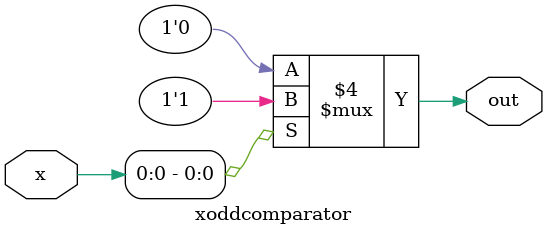
<source format=sv>
module xoddcomparator(
    input logic [31:0]x,
    output logic out
    );
    always_comb begin
       if(x[0]==1)
       begin
        out=1;
    end
       else begin
       out =0;
       end
    end
endmodule

</source>
